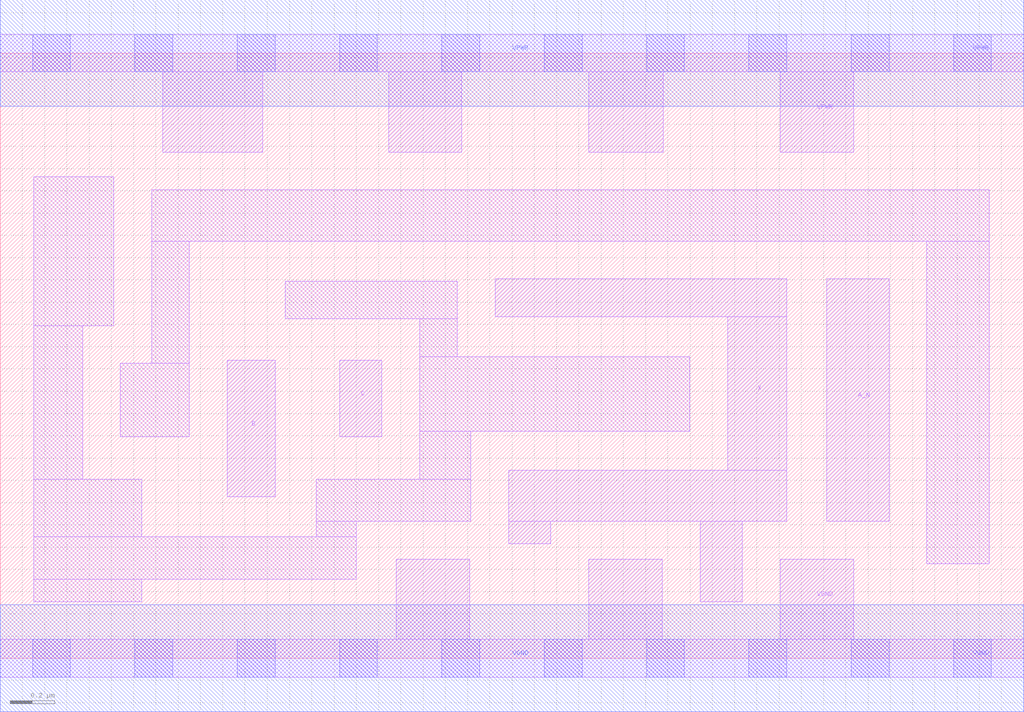
<source format=lef>
# Copyright 2020 The SkyWater PDK Authors
#
# Licensed under the Apache License, Version 2.0 (the "License");
# you may not use this file except in compliance with the License.
# You may obtain a copy of the License at
#
#     https://www.apache.org/licenses/LICENSE-2.0
#
# Unless required by applicable law or agreed to in writing, software
# distributed under the License is distributed on an "AS IS" BASIS,
# WITHOUT WARRANTIES OR CONDITIONS OF ANY KIND, either express or implied.
# See the License for the specific language governing permissions and
# limitations under the License.
#
# SPDX-License-Identifier: Apache-2.0

VERSION 5.7 ;
  NAMESCASESENSITIVE ON ;
  NOWIREEXTENSIONATPIN ON ;
  DIVIDERCHAR "/" ;
  BUSBITCHARS "[]" ;
UNITS
  DATABASE MICRONS 200 ;
END UNITS
MACRO sky130_fd_sc_hd__and3b_4
  CLASS CORE ;
  SOURCE USER ;
  FOREIGN sky130_fd_sc_hd__and3b_4 ;
  ORIGIN  0.000000  0.000000 ;
  SIZE  4.600000 BY  2.720000 ;
  SYMMETRY X Y R90 ;
  SITE unithd ;
  PIN A_N
    ANTENNAGATEAREA  0.126000 ;
    DIRECTION INPUT ;
    USE SIGNAL ;
    PORT
      LAYER li1 ;
        RECT 3.715000 0.615000 3.995000 1.705000 ;
    END
  END A_N
  PIN B
    ANTENNAGATEAREA  0.247500 ;
    DIRECTION INPUT ;
    USE SIGNAL ;
    PORT
      LAYER li1 ;
        RECT 1.020000 0.725000 1.235000 1.340000 ;
    END
  END B
  PIN C
    ANTENNAGATEAREA  0.247500 ;
    DIRECTION INPUT ;
    USE SIGNAL ;
    PORT
      LAYER li1 ;
        RECT 1.525000 0.995000 1.715000 1.340000 ;
    END
  END C
  PIN X
    ANTENNADIFFAREA  0.934000 ;
    DIRECTION OUTPUT ;
    USE SIGNAL ;
    PORT
      LAYER li1 ;
        RECT 2.225000 1.535000 3.535000 1.705000 ;
        RECT 2.285000 0.515000 2.475000 0.615000 ;
        RECT 2.285000 0.615000 3.535000 0.845000 ;
        RECT 3.145000 0.255000 3.335000 0.615000 ;
        RECT 3.270000 0.845000 3.535000 1.535000 ;
    END
  END X
  PIN VGND
    DIRECTION INOUT ;
    SHAPE ABUTMENT ;
    USE GROUND ;
    PORT
      LAYER li1 ;
        RECT 0.000000 -0.085000 4.600000 0.085000 ;
        RECT 1.780000  0.085000 2.110000 0.445000 ;
        RECT 2.645000  0.085000 2.975000 0.445000 ;
        RECT 3.505000  0.085000 3.835000 0.445000 ;
      LAYER mcon ;
        RECT 0.145000 -0.085000 0.315000 0.085000 ;
        RECT 0.605000 -0.085000 0.775000 0.085000 ;
        RECT 1.065000 -0.085000 1.235000 0.085000 ;
        RECT 1.525000 -0.085000 1.695000 0.085000 ;
        RECT 1.985000 -0.085000 2.155000 0.085000 ;
        RECT 2.445000 -0.085000 2.615000 0.085000 ;
        RECT 2.905000 -0.085000 3.075000 0.085000 ;
        RECT 3.365000 -0.085000 3.535000 0.085000 ;
        RECT 3.825000 -0.085000 3.995000 0.085000 ;
        RECT 4.285000 -0.085000 4.455000 0.085000 ;
      LAYER met1 ;
        RECT 0.000000 -0.240000 4.600000 0.240000 ;
    END
  END VGND
  PIN VPWR
    DIRECTION INOUT ;
    SHAPE ABUTMENT ;
    USE POWER ;
    PORT
      LAYER li1 ;
        RECT 0.000000 2.635000 4.600000 2.805000 ;
        RECT 0.730000 2.275000 1.180000 2.635000 ;
        RECT 1.745000 2.275000 2.075000 2.635000 ;
        RECT 2.645000 2.275000 2.980000 2.635000 ;
        RECT 3.505000 2.275000 3.835000 2.635000 ;
      LAYER mcon ;
        RECT 0.145000 2.635000 0.315000 2.805000 ;
        RECT 0.605000 2.635000 0.775000 2.805000 ;
        RECT 1.065000 2.635000 1.235000 2.805000 ;
        RECT 1.525000 2.635000 1.695000 2.805000 ;
        RECT 1.985000 2.635000 2.155000 2.805000 ;
        RECT 2.445000 2.635000 2.615000 2.805000 ;
        RECT 2.905000 2.635000 3.075000 2.805000 ;
        RECT 3.365000 2.635000 3.535000 2.805000 ;
        RECT 3.825000 2.635000 3.995000 2.805000 ;
        RECT 4.285000 2.635000 4.455000 2.805000 ;
      LAYER met1 ;
        RECT 0.000000 2.480000 4.600000 2.960000 ;
    END
  END VPWR
  OBS
    LAYER li1 ;
      RECT 0.150000 0.255000 0.635000 0.355000 ;
      RECT 0.150000 0.355000 1.600000 0.545000 ;
      RECT 0.150000 0.545000 0.635000 0.805000 ;
      RECT 0.150000 0.805000 0.370000 1.495000 ;
      RECT 0.150000 1.495000 0.510000 2.165000 ;
      RECT 0.540000 0.995000 0.850000 1.325000 ;
      RECT 0.680000 1.325000 0.850000 1.875000 ;
      RECT 0.680000 1.875000 4.445000 2.105000 ;
      RECT 1.280000 1.525000 2.055000 1.695000 ;
      RECT 1.420000 0.545000 1.600000 0.615000 ;
      RECT 1.420000 0.615000 2.115000 0.805000 ;
      RECT 1.885000 0.805000 2.115000 1.020000 ;
      RECT 1.885000 1.020000 3.100000 1.355000 ;
      RECT 1.885000 1.355000 2.055000 1.525000 ;
      RECT 4.165000 0.425000 4.445000 1.875000 ;
  END
END sky130_fd_sc_hd__and3b_4

</source>
